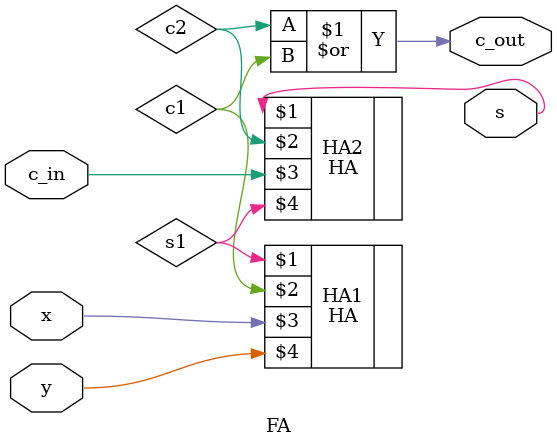
<source format=v>
module FA(s, c_out, x, y, c_in);
input x, y, c_in;
output s, c_out;
wire s1, c1, c2;

/*
	Write Your Design Here ~
*/

//By Order
HA HA1(s1,c1,x,y);
HA HA2(s,c2,c_in,s1);
or or1(c_out,c2,c1);

endmodule


</source>
